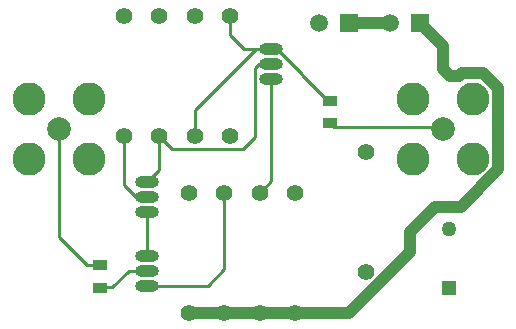
<source format=gtl>
G04*
G04 #@! TF.GenerationSoftware,Altium Limited,Altium Designer,23.1.1 (15)*
G04*
G04 Layer_Physical_Order=1*
G04 Layer_Color=255*
%FSLAX44Y44*%
%MOMM*%
G71*
G04*
G04 #@! TF.SameCoordinates,0DFFAB6A-596F-4881-A06D-93F658BA65A8*
G04*
G04*
G04 #@! TF.FilePolarity,Positive*
G04*
G01*
G75*
%ADD12C,0.2540*%
%ADD13R,1.3000X0.9000*%
%ADD24C,1.0000*%
%ADD25C,2.0000*%
%ADD26C,2.8000*%
%ADD27C,1.4000*%
%ADD28R,1.2750X1.2750*%
%ADD29C,1.2750*%
%ADD30O,2.0000X1.0000*%
%ADD31O,2.0000X1.0000*%
%ADD32R,1.5000X1.5000*%
%ADD33C,1.5000*%
D12*
X88622Y55000D02*
X100000D01*
X298230Y171770D02*
X388230D01*
X295000Y175000D02*
X298230Y171770D01*
X388230D02*
X390000Y170000D01*
X250000Y237700D02*
X271043Y216657D01*
X245000Y237700D02*
X250000D01*
X293000Y194000D02*
X295000D01*
X271043Y215957D02*
X293000Y194000D01*
X271043Y215957D02*
Y216657D01*
X100000Y36000D02*
X110362D01*
X231520Y237700D02*
X245000D01*
X221360D02*
X231520D01*
X180000Y186180D02*
X231520Y237700D01*
X180000Y164200D02*
Y186180D01*
X150000Y135400D02*
Y164200D01*
X140000Y125400D02*
X150000Y135400D01*
X245000Y125800D02*
Y212300D01*
X235000Y115800D02*
X245000Y125800D01*
X205000Y51040D02*
Y115800D01*
X191260Y37300D02*
X205000Y51040D01*
X140000Y37300D02*
X191260D01*
X210000Y249060D02*
Y265800D01*
Y249060D02*
X221360Y237700D01*
X150000Y164200D02*
X161052Y153148D01*
X220852D01*
X231012Y163308D01*
Y221952D01*
X234060Y225000D01*
X245000D01*
X129920Y112700D02*
X140000D01*
X120000Y122620D02*
X129920Y112700D01*
X120000Y122620D02*
Y164200D01*
X124362Y50000D02*
X140000D01*
X110362Y36000D02*
X124362Y50000D01*
X65000Y78622D02*
X88622Y55000D01*
X65000Y78622D02*
Y170000D01*
X140000Y62700D02*
Y100000D01*
D13*
X295000Y194000D02*
D03*
Y175000D02*
D03*
X100000Y35500D02*
D03*
Y54500D02*
D03*
D24*
X383856Y103855D02*
X405117D01*
X362355Y65992D02*
Y82355D01*
X383856Y103855D01*
X310400Y260000D02*
X345000D01*
X235000Y14200D02*
X265000D01*
X205000D02*
X235000D01*
X175000D02*
X205000D01*
X390000Y220462D02*
X395858Y214604D01*
X404142D02*
X406478Y216940D01*
X424322D01*
X436940Y204322D01*
X405117Y103855D02*
X436940Y135678D01*
Y204322D01*
X310563Y14200D02*
X362355Y65992D01*
X265000Y14200D02*
X310563D01*
X390000Y220462D02*
Y240400D01*
X395858Y214604D02*
X404142D01*
X370400Y260000D02*
X390000Y240400D01*
D25*
X65000Y170000D02*
D03*
X390000D02*
D03*
D26*
X90400Y144600D02*
D03*
Y195400D02*
D03*
X39600D02*
D03*
Y144600D02*
D03*
X364600Y195400D02*
D03*
Y144600D02*
D03*
X415400D02*
D03*
Y195400D02*
D03*
D27*
X120000Y265800D02*
D03*
Y164200D02*
D03*
X150000D02*
D03*
Y265800D02*
D03*
X180000Y164200D02*
D03*
Y265800D02*
D03*
X210000Y164200D02*
D03*
Y265800D02*
D03*
X175000Y14200D02*
D03*
Y115800D02*
D03*
X235000Y14200D02*
D03*
Y115800D02*
D03*
X265000Y14200D02*
D03*
Y115800D02*
D03*
X325000Y150800D02*
D03*
Y49200D02*
D03*
X205000Y14200D02*
D03*
Y115800D02*
D03*
D28*
X395000Y35000D02*
D03*
D29*
Y85000D02*
D03*
D30*
X140000Y62700D02*
D03*
Y37300D02*
D03*
Y125400D02*
D03*
Y100000D02*
D03*
X245000Y212300D02*
D03*
Y237700D02*
D03*
D31*
X140000Y50000D02*
D03*
Y112700D02*
D03*
X245000Y225000D02*
D03*
D32*
X310400Y260000D02*
D03*
X370400D02*
D03*
D33*
X285000D02*
D03*
X345000D02*
D03*
M02*

</source>
